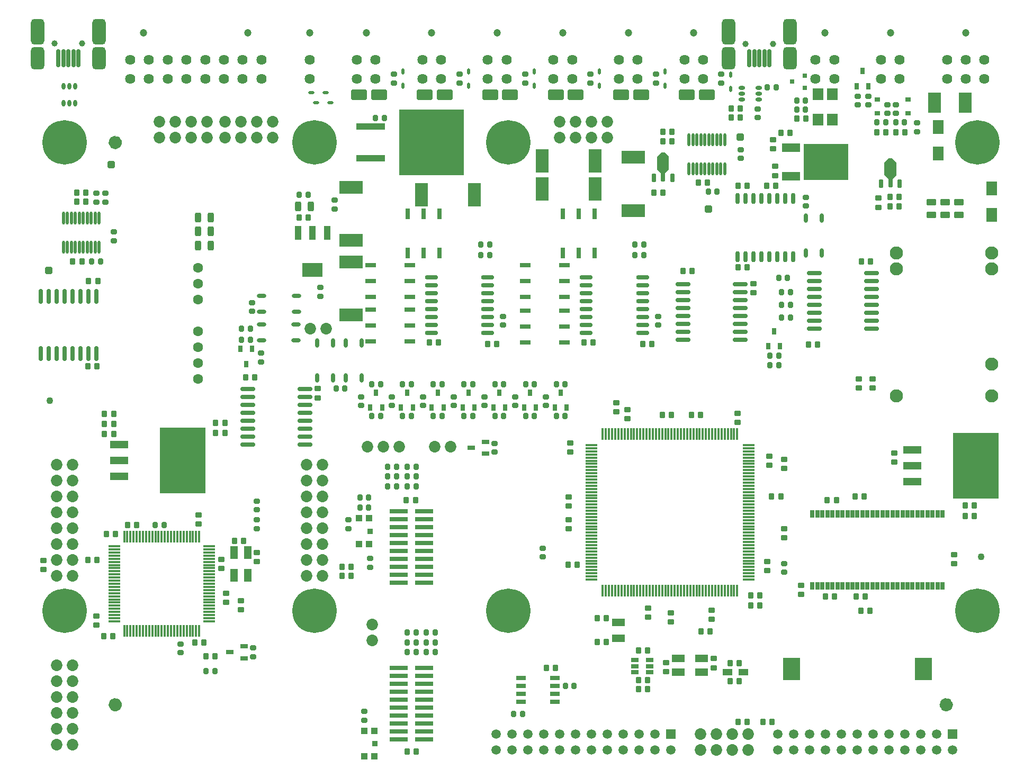
<source format=gts>
G04*
G04 #@! TF.GenerationSoftware,Altium Limited,Altium Designer,21.4.1 (30)*
G04*
G04 Layer_Color=8388736*
%FSLAX25Y25*%
%MOIN*%
G70*
G04*
G04 #@! TF.SameCoordinates,ABD127B9-61DE-435D-9B50-71DF74D21850*
G04*
G04*
G04 #@! TF.FilePolarity,Negative*
G04*
G01*
G75*
%ADD76C,0.05906*%
%ADD77R,0.05124X0.08274*%
%ADD78O,0.02368X0.04337*%
%ADD79R,0.02565X0.05124*%
G04:AMPARAMS|DCode=80|XSize=43.37mil|YSize=43.37mil|CornerRadius=5.94mil|HoleSize=0mil|Usage=FLASHONLY|Rotation=90.000|XOffset=0mil|YOffset=0mil|HoleType=Round|Shape=RoundedRectangle|*
%AMROUNDEDRECTD80*
21,1,0.04337,0.03150,0,0,90.0*
21,1,0.03150,0.04337,0,0,90.0*
1,1,0.01187,0.01575,0.01575*
1,1,0.01187,0.01575,-0.01575*
1,1,0.01187,-0.01575,-0.01575*
1,1,0.01187,-0.01575,0.01575*
%
%ADD80ROUNDEDRECTD80*%
%ADD81C,0.04337*%
%ADD82O,0.07487X0.01581*%
%ADD83O,0.01581X0.07487*%
%ADD84O,0.01975X0.08077*%
%ADD85R,0.02762X0.04337*%
%ADD86R,0.12998X0.08668*%
%ADD87R,0.03943X0.08668*%
%ADD88R,0.02762X0.06896*%
%ADD89O,0.02565X0.05912*%
G04:AMPARAMS|DCode=90|XSize=27.62mil|YSize=63.06mil|CornerRadius=7.91mil|HoleSize=0mil|Usage=FLASHONLY|Rotation=90.000|XOffset=0mil|YOffset=0mil|HoleType=Round|Shape=RoundedRectangle|*
%AMROUNDEDRECTD90*
21,1,0.02762,0.04724,0,0,90.0*
21,1,0.01181,0.06306,0,0,90.0*
1,1,0.01581,0.02362,0.00591*
1,1,0.01581,0.02362,-0.00591*
1,1,0.01581,-0.02362,-0.00591*
1,1,0.01581,-0.02362,0.00591*
%
%ADD90ROUNDEDRECTD90*%
G04:AMPARAMS|DCode=91|XSize=21.72mil|YSize=37.47mil|CornerRadius=6.43mil|HoleSize=0mil|Usage=FLASHONLY|Rotation=180.000|XOffset=0mil|YOffset=0mil|HoleType=Round|Shape=RoundedRectangle|*
%AMROUNDEDRECTD91*
21,1,0.02172,0.02461,0,0,180.0*
21,1,0.00886,0.03747,0,0,180.0*
1,1,0.01286,-0.00443,0.01230*
1,1,0.01286,0.00443,0.01230*
1,1,0.01286,0.00443,-0.01230*
1,1,0.01286,-0.00443,-0.01230*
%
%ADD91ROUNDEDRECTD91*%
%ADD92R,0.10636X0.14180*%
%ADD93R,0.06778X0.08983*%
%ADD94R,0.08274X0.15164*%
G04:AMPARAMS|DCode=95|XSize=39.43mil|YSize=31.56mil|CornerRadius=8.89mil|HoleSize=0mil|Usage=FLASHONLY|Rotation=180.000|XOffset=0mil|YOffset=0mil|HoleType=Round|Shape=RoundedRectangle|*
%AMROUNDEDRECTD95*
21,1,0.03943,0.01378,0,0,180.0*
21,1,0.02165,0.03156,0,0,180.0*
1,1,0.01778,-0.01083,0.00689*
1,1,0.01778,0.01083,0.00689*
1,1,0.01778,0.01083,-0.00689*
1,1,0.01778,-0.01083,-0.00689*
%
%ADD95ROUNDEDRECTD95*%
G04:AMPARAMS|DCode=96|XSize=27.62mil|YSize=51.24mil|CornerRadius=4.01mil|HoleSize=0mil|Usage=FLASHONLY|Rotation=180.000|XOffset=0mil|YOffset=0mil|HoleType=Round|Shape=RoundedRectangle|*
%AMROUNDEDRECTD96*
21,1,0.02762,0.04323,0,0,180.0*
21,1,0.01961,0.05124,0,0,180.0*
1,1,0.00802,-0.00980,0.02161*
1,1,0.00802,0.00980,0.02161*
1,1,0.00802,0.00980,-0.02161*
1,1,0.00802,-0.00980,-0.02161*
%
%ADD96ROUNDEDRECTD96*%
G04:AMPARAMS|DCode=97|XSize=23.68mil|YSize=55.18mil|CornerRadius=3.97mil|HoleSize=0mil|Usage=FLASHONLY|Rotation=180.000|XOffset=0mil|YOffset=0mil|HoleType=Round|Shape=RoundedRectangle|*
%AMROUNDEDRECTD97*
21,1,0.02368,0.04724,0,0,180.0*
21,1,0.01575,0.05518,0,0,180.0*
1,1,0.00794,-0.00787,0.02362*
1,1,0.00794,0.00787,0.02362*
1,1,0.00794,0.00787,-0.02362*
1,1,0.00794,-0.00787,-0.02362*
%
%ADD97ROUNDEDRECTD97*%
%ADD98R,0.03668X0.02880*%
%ADD99R,0.17920X0.04337*%
%ADD100R,0.40558X0.41542*%
%ADD101R,0.03156X0.02762*%
%ADD102O,0.02565X0.07093*%
%ADD103R,0.05912X0.04337*%
G04:AMPARAMS|DCode=104|XSize=141.79mil|YSize=84.71mil|CornerRadius=22.18mil|HoleSize=0mil|Usage=FLASHONLY|Rotation=90.000|XOffset=0mil|YOffset=0mil|HoleType=Round|Shape=RoundedRectangle|*
%AMROUNDEDRECTD104*
21,1,0.14179,0.04036,0,0,90.0*
21,1,0.09744,0.08471,0,0,90.0*
1,1,0.04435,0.02018,0.04872*
1,1,0.04435,0.02018,-0.04872*
1,1,0.04435,-0.02018,-0.04872*
1,1,0.04435,-0.02018,0.04872*
%
%ADD104ROUNDEDRECTD104*%
G04:AMPARAMS|DCode=105|XSize=114.24mil|YSize=23.68mil|CornerRadius=6.92mil|HoleSize=0mil|Usage=FLASHONLY|Rotation=90.000|XOffset=0mil|YOffset=0mil|HoleType=Round|Shape=RoundedRectangle|*
%AMROUNDEDRECTD105*
21,1,0.11424,0.00984,0,0,90.0*
21,1,0.10039,0.02368,0,0,90.0*
1,1,0.01384,0.00492,0.05020*
1,1,0.01384,0.00492,-0.05020*
1,1,0.01384,-0.00492,-0.05020*
1,1,0.01384,-0.00492,0.05020*
%
%ADD105ROUNDEDRECTD105*%
G04:AMPARAMS|DCode=106|XSize=161.48mil|YSize=84.71mil|CornerRadius=22.18mil|HoleSize=0mil|Usage=FLASHONLY|Rotation=90.000|XOffset=0mil|YOffset=0mil|HoleType=Round|Shape=RoundedRectangle|*
%AMROUNDEDRECTD106*
21,1,0.16148,0.04035,0,0,90.0*
21,1,0.11713,0.08471,0,0,90.0*
1,1,0.04435,0.02018,0.05856*
1,1,0.04435,0.02018,-0.05856*
1,1,0.04435,-0.02018,-0.05856*
1,1,0.04435,-0.02018,0.05856*
%
%ADD106ROUNDEDRECTD106*%
G04:AMPARAMS|DCode=107|XSize=141.79mil|YSize=84.71mil|CornerRadius=22.18mil|HoleSize=0mil|Usage=FLASHONLY|Rotation=90.000|XOffset=0mil|YOffset=0mil|HoleType=Round|Shape=RoundedRectangle|*
%AMROUNDEDRECTD107*
21,1,0.14179,0.04035,0,0,90.0*
21,1,0.09744,0.08471,0,0,90.0*
1,1,0.04435,0.02018,0.04872*
1,1,0.04435,0.02018,-0.04872*
1,1,0.04435,-0.02018,-0.04872*
1,1,0.04435,-0.02018,0.04872*
%
%ADD107ROUNDEDRECTD107*%
%ADD108R,0.08117X0.12802*%
G04:AMPARAMS|DCode=109|XSize=39.43mil|YSize=31.56mil|CornerRadius=8.89mil|HoleSize=0mil|Usage=FLASHONLY|Rotation=270.000|XOffset=0mil|YOffset=0mil|HoleType=Round|Shape=RoundedRectangle|*
%AMROUNDEDRECTD109*
21,1,0.03943,0.01378,0,0,270.0*
21,1,0.02165,0.03156,0,0,270.0*
1,1,0.01778,-0.00689,-0.01083*
1,1,0.01778,-0.00689,0.01083*
1,1,0.01778,0.00689,0.01083*
1,1,0.01778,0.00689,-0.01083*
%
%ADD109ROUNDEDRECTD109*%
%ADD110R,0.11621X0.04534*%
%ADD111R,0.28747X0.41739*%
%ADD112R,0.04337X0.03943*%
%ADD113R,0.03550X0.03550*%
%ADD114R,0.04534X0.02762*%
%ADD115R,0.27959X0.22841*%
%ADD116R,0.11817X0.05321*%
G04:AMPARAMS|DCode=117|XSize=65.02mil|YSize=100.46mil|CornerRadius=9.63mil|HoleSize=0mil|Usage=FLASHONLY|Rotation=90.000|XOffset=0mil|YOffset=0mil|HoleType=Round|Shape=RoundedRectangle|*
%AMROUNDEDRECTD117*
21,1,0.06502,0.08120,0,0,90.0*
21,1,0.04577,0.10046,0,0,90.0*
1,1,0.01926,0.04060,0.02288*
1,1,0.01926,0.04060,-0.02288*
1,1,0.01926,-0.04060,-0.02288*
1,1,0.01926,-0.04060,0.02288*
%
%ADD117ROUNDEDRECTD117*%
%ADD118R,0.11424X0.03156*%
G04:AMPARAMS|DCode=119|XSize=61.09mil|YSize=39.43mil|CornerRadius=9.09mil|HoleSize=0mil|Usage=FLASHONLY|Rotation=90.000|XOffset=0mil|YOffset=0mil|HoleType=Round|Shape=RoundedRectangle|*
%AMROUNDEDRECTD119*
21,1,0.06109,0.02126,0,0,90.0*
21,1,0.04291,0.03943,0,0,90.0*
1,1,0.01817,0.01063,0.02146*
1,1,0.01817,0.01063,-0.02146*
1,1,0.01817,-0.01063,-0.02146*
1,1,0.01817,-0.01063,0.02146*
%
%ADD119ROUNDEDRECTD119*%
G04:AMPARAMS|DCode=120|XSize=41.4mil|YSize=33.53mil|CornerRadius=9.38mil|HoleSize=0mil|Usage=FLASHONLY|Rotation=270.000|XOffset=0mil|YOffset=0mil|HoleType=Round|Shape=RoundedRectangle|*
%AMROUNDEDRECTD120*
21,1,0.04140,0.01476,0,0,270.0*
21,1,0.02264,0.03353,0,0,270.0*
1,1,0.01876,-0.00738,-0.01132*
1,1,0.01876,-0.00738,0.01132*
1,1,0.01876,0.00738,0.01132*
1,1,0.01876,0.00738,-0.01132*
%
%ADD120ROUNDEDRECTD120*%
%ADD121R,0.07093X0.07684*%
%ADD122O,0.02762X0.09455*%
%ADD123O,0.08274X0.02762*%
%ADD124R,0.04731X0.02762*%
%ADD125R,0.07880X0.04731*%
G04:AMPARAMS|DCode=126|XSize=41.4mil|YSize=33.53mil|CornerRadius=9.38mil|HoleSize=0mil|Usage=FLASHONLY|Rotation=180.000|XOffset=0mil|YOffset=0mil|HoleType=Round|Shape=RoundedRectangle|*
%AMROUNDEDRECTD126*
21,1,0.04140,0.01476,0,0,180.0*
21,1,0.02264,0.03353,0,0,180.0*
1,1,0.01876,-0.01132,0.00738*
1,1,0.01876,0.01132,0.00738*
1,1,0.01876,0.01132,-0.00738*
1,1,0.01876,-0.01132,-0.00738*
%
%ADD126ROUNDEDRECTD126*%
%ADD127R,0.06896X0.02762*%
G04:AMPARAMS|DCode=128|XSize=61.09mil|YSize=39.43mil|CornerRadius=9.09mil|HoleSize=0mil|Usage=FLASHONLY|Rotation=180.000|XOffset=0mil|YOffset=0mil|HoleType=Round|Shape=RoundedRectangle|*
%AMROUNDEDRECTD128*
21,1,0.06109,0.02126,0,0,180.0*
21,1,0.04291,0.03943,0,0,180.0*
1,1,0.01817,-0.02146,0.01063*
1,1,0.01817,0.02146,0.01063*
1,1,0.01817,0.02146,-0.01063*
1,1,0.01817,-0.02146,-0.01063*
%
%ADD128ROUNDEDRECTD128*%
%ADD129R,0.15164X0.08274*%
G04:AMPARAMS|DCode=130|XSize=21.72mil|YSize=37.47mil|CornerRadius=6.43mil|HoleSize=0mil|Usage=FLASHONLY|Rotation=270.000|XOffset=0mil|YOffset=0mil|HoleType=Round|Shape=RoundedRectangle|*
%AMROUNDEDRECTD130*
21,1,0.02172,0.02461,0,0,270.0*
21,1,0.00886,0.03747,0,0,270.0*
1,1,0.01286,-0.01230,-0.00443*
1,1,0.01286,-0.01230,0.00443*
1,1,0.01286,0.01230,0.00443*
1,1,0.01286,0.01230,-0.00443*
%
%ADD130ROUNDEDRECTD130*%
%ADD131O,0.09455X0.02762*%
%ADD132O,0.05912X0.02565*%
%ADD133O,0.04337X0.02368*%
%ADD134R,0.08274X0.05124*%
%ADD135C,0.02362*%
%ADD136C,0.05912*%
%ADD137R,0.05912X0.05912*%
%ADD138C,0.07290*%
%ADD139C,0.06306*%
%ADD140C,0.08274*%
%ADD141C,0.03943*%
%ADD142C,0.04737*%
%ADD143C,0.06400*%
%ADD144C,0.27959*%
G36*
X403391Y387322D02*
X405359D01*
X405399Y387318D01*
X405436Y387307D01*
X405471Y387288D01*
X405501Y387263D01*
X408060Y384704D01*
X408085Y384674D01*
X408098Y384651D01*
X408104Y384639D01*
X408115Y384601D01*
X408119Y384562D01*
X408119Y384562D01*
Y376688D01*
X408115Y376649D01*
X408104Y376611D01*
X408085Y376576D01*
X408060Y376546D01*
X405560Y374046D01*
Y373342D01*
X405556Y373302D01*
X405545Y373265D01*
X405526Y373230D01*
X405501Y373200D01*
X405471Y373175D01*
X405436Y373156D01*
X405399Y373145D01*
X405359Y373141D01*
X403391D01*
X403351Y373145D01*
X403314Y373156D01*
X403279Y373175D01*
X403249Y373200D01*
X403224Y373230D01*
X403205Y373265D01*
X403194Y373302D01*
X403190Y373342D01*
Y374046D01*
X400690Y376546D01*
X400665Y376576D01*
X400653Y376599D01*
X400646Y376611D01*
X400635Y376649D01*
X400631Y376688D01*
X400631Y376688D01*
Y384562D01*
X400635Y384601D01*
X400646Y384639D01*
X400665Y384674D01*
X400690Y384704D01*
X403249Y387263D01*
X403279Y387288D01*
X403302Y387300D01*
X403314Y387307D01*
X403351Y387318D01*
X403391Y387322D01*
X403391Y387322D01*
D02*
G37*
G36*
X546516Y383572D02*
X548484D01*
X548524Y383568D01*
X548561Y383557D01*
X548596Y383538D01*
X548626Y383513D01*
X551185Y380954D01*
X551210Y380924D01*
X551223Y380901D01*
X551229Y380889D01*
X551240Y380851D01*
X551244Y380812D01*
X551244Y380812D01*
Y372938D01*
X551240Y372899D01*
X551229Y372861D01*
X551210Y372826D01*
X551185Y372796D01*
X548685Y370296D01*
Y369592D01*
X548681Y369552D01*
X548670Y369515D01*
X548651Y369480D01*
X548626Y369449D01*
X548596Y369425D01*
X548561Y369406D01*
X548524Y369394D01*
X548484Y369391D01*
X546516D01*
X546477Y369394D01*
X546439Y369406D01*
X546404Y369425D01*
X546374Y369449D01*
X546349Y369480D01*
X546330Y369515D01*
X546319Y369552D01*
X546315Y369592D01*
Y370296D01*
X543815Y372796D01*
X543790Y372826D01*
X543778Y372849D01*
X543771Y372861D01*
X543760Y372899D01*
X543756Y372938D01*
X543756Y372938D01*
Y380812D01*
X543760Y380851D01*
X543771Y380889D01*
X543790Y380924D01*
X543815Y380954D01*
X546374Y383513D01*
X546404Y383538D01*
X546427Y383550D01*
X546439Y383557D01*
X546477Y383568D01*
X546516Y383572D01*
X546516Y383572D01*
D02*
G37*
D76*
X60745Y393500D02*
G03*
X60745Y393500I-1245J0D01*
G01*
X583922Y39370D02*
G03*
X583922Y39370I-1245J0D01*
G01*
X60745D02*
G03*
X60745Y39370I-1245J0D01*
G01*
D77*
X134419Y120782D02*
D03*
Y135350D02*
D03*
X143081Y120782D02*
D03*
Y135350D02*
D03*
D78*
X34365Y429006D02*
D03*
X30625D02*
D03*
X26885D02*
D03*
X34365Y418376D02*
D03*
X30625D02*
D03*
X26885D02*
D03*
D79*
X498430Y114178D02*
D03*
X504729D02*
D03*
X501580D02*
D03*
X514178D02*
D03*
X507879D02*
D03*
X511028D02*
D03*
X523627D02*
D03*
X520477D02*
D03*
X517328D02*
D03*
X533076D02*
D03*
X526777D02*
D03*
X529926D02*
D03*
X498430Y159454D02*
D03*
X504729D02*
D03*
X501580D02*
D03*
X514178D02*
D03*
X507879D02*
D03*
X511028D02*
D03*
X523627D02*
D03*
X517328D02*
D03*
X529926D02*
D03*
X520477D02*
D03*
X526777D02*
D03*
X555123Y114178D02*
D03*
X551973D02*
D03*
X561422D02*
D03*
X558273D02*
D03*
X539375D02*
D03*
X536225D02*
D03*
X548824D02*
D03*
X542525D02*
D03*
X545674D02*
D03*
X567722D02*
D03*
X564572D02*
D03*
X574021D02*
D03*
X570871D02*
D03*
X580320D02*
D03*
X577170D02*
D03*
X533076Y159454D02*
D03*
X539375D02*
D03*
X542525D02*
D03*
X536225D02*
D03*
X551973D02*
D03*
X545674D02*
D03*
X548824D02*
D03*
X574021D02*
D03*
X570871D02*
D03*
X580320D02*
D03*
X577170D02*
D03*
X558273D02*
D03*
X555123D02*
D03*
X567722D02*
D03*
X561422D02*
D03*
X564572D02*
D03*
D80*
X17500Y313000D02*
D03*
X453000Y397000D02*
D03*
X57000Y379500D02*
D03*
X432869Y351500D02*
D03*
D81*
X18307Y230886D02*
D03*
X604675Y132623D02*
D03*
D82*
X359341Y118243D02*
D03*
Y120212D02*
D03*
Y122180D02*
D03*
Y124149D02*
D03*
Y126117D02*
D03*
Y128086D02*
D03*
Y130054D02*
D03*
Y132023D02*
D03*
Y133991D02*
D03*
Y135960D02*
D03*
Y137928D02*
D03*
Y139897D02*
D03*
Y141865D02*
D03*
Y143834D02*
D03*
Y145802D02*
D03*
Y147771D02*
D03*
Y149739D02*
D03*
Y151708D02*
D03*
Y153676D02*
D03*
Y155645D02*
D03*
Y157613D02*
D03*
Y159582D02*
D03*
Y161550D02*
D03*
Y163519D02*
D03*
Y165487D02*
D03*
Y167456D02*
D03*
Y169424D02*
D03*
Y171393D02*
D03*
Y173361D02*
D03*
Y175330D02*
D03*
Y177298D02*
D03*
Y179267D02*
D03*
Y181235D02*
D03*
Y183204D02*
D03*
Y185172D02*
D03*
Y187141D02*
D03*
Y189109D02*
D03*
Y191078D02*
D03*
Y193046D02*
D03*
Y195015D02*
D03*
Y196983D02*
D03*
Y198952D02*
D03*
Y200920D02*
D03*
Y202889D02*
D03*
X458159D02*
D03*
Y200920D02*
D03*
Y198952D02*
D03*
Y196983D02*
D03*
Y195015D02*
D03*
Y193046D02*
D03*
Y191078D02*
D03*
Y189109D02*
D03*
Y187141D02*
D03*
Y185172D02*
D03*
Y183204D02*
D03*
Y181235D02*
D03*
Y179267D02*
D03*
Y177298D02*
D03*
Y175330D02*
D03*
Y173361D02*
D03*
Y171393D02*
D03*
Y169424D02*
D03*
Y167456D02*
D03*
Y165487D02*
D03*
Y163519D02*
D03*
Y161550D02*
D03*
Y159582D02*
D03*
Y157613D02*
D03*
Y155645D02*
D03*
Y153676D02*
D03*
Y151708D02*
D03*
Y149739D02*
D03*
Y147771D02*
D03*
Y145802D02*
D03*
Y143834D02*
D03*
Y141865D02*
D03*
Y139897D02*
D03*
Y137928D02*
D03*
Y135960D02*
D03*
Y133991D02*
D03*
Y132023D02*
D03*
Y130054D02*
D03*
Y128086D02*
D03*
Y126117D02*
D03*
Y124149D02*
D03*
Y122180D02*
D03*
Y120212D02*
D03*
Y118243D02*
D03*
X59026Y97850D02*
D03*
Y101786D02*
D03*
Y99818D02*
D03*
Y91944D02*
D03*
Y95881D02*
D03*
Y93913D02*
D03*
Y107692D02*
D03*
Y105724D02*
D03*
Y109660D02*
D03*
Y103755D02*
D03*
Y119503D02*
D03*
Y123440D02*
D03*
Y121472D02*
D03*
Y113598D02*
D03*
Y111629D02*
D03*
Y117534D02*
D03*
Y115566D02*
D03*
Y135251D02*
D03*
Y133282D02*
D03*
Y139188D02*
D03*
Y137220D02*
D03*
Y127377D02*
D03*
Y125408D02*
D03*
Y131314D02*
D03*
Y129346D02*
D03*
X118474Y93913D02*
D03*
Y91944D02*
D03*
Y95881D02*
D03*
Y99818D02*
D03*
Y97850D02*
D03*
Y101786D02*
D03*
Y105724D02*
D03*
Y103755D02*
D03*
Y109660D02*
D03*
Y107692D02*
D03*
Y119503D02*
D03*
Y123440D02*
D03*
Y121472D02*
D03*
Y113598D02*
D03*
Y111629D02*
D03*
Y117534D02*
D03*
Y115566D02*
D03*
Y135251D02*
D03*
Y133282D02*
D03*
Y139188D02*
D03*
Y137220D02*
D03*
Y127377D02*
D03*
Y125408D02*
D03*
Y131314D02*
D03*
Y129346D02*
D03*
D83*
X366427Y209976D02*
D03*
X368396D02*
D03*
X370364D02*
D03*
X372333D02*
D03*
X374301D02*
D03*
X376270D02*
D03*
X378238D02*
D03*
X380207D02*
D03*
X382175D02*
D03*
X384144D02*
D03*
X386112D02*
D03*
X388081D02*
D03*
X390049D02*
D03*
X392018D02*
D03*
X393986D02*
D03*
X395955D02*
D03*
X397923D02*
D03*
X399892D02*
D03*
X401860D02*
D03*
X403829D02*
D03*
X405797D02*
D03*
X407766D02*
D03*
X409734D02*
D03*
X411703D02*
D03*
X413671D02*
D03*
X415640D02*
D03*
X417608D02*
D03*
X419577D02*
D03*
X421545D02*
D03*
X423514D02*
D03*
X425482D02*
D03*
X427451D02*
D03*
X429419D02*
D03*
X431388D02*
D03*
X433356D02*
D03*
X435325D02*
D03*
X437293D02*
D03*
X439262D02*
D03*
X441230D02*
D03*
X443199D02*
D03*
X445167D02*
D03*
X447136D02*
D03*
X449104D02*
D03*
X451073D02*
D03*
Y111156D02*
D03*
X449104D02*
D03*
X447136D02*
D03*
X445167D02*
D03*
X443199D02*
D03*
X441230D02*
D03*
X439262D02*
D03*
X437293D02*
D03*
X435325D02*
D03*
X433356D02*
D03*
X431388D02*
D03*
X429419D02*
D03*
X427451D02*
D03*
X425482D02*
D03*
X423514D02*
D03*
X421545D02*
D03*
X419577D02*
D03*
X417608D02*
D03*
X415640D02*
D03*
X413671D02*
D03*
X411703D02*
D03*
X409734D02*
D03*
X407766D02*
D03*
X405797D02*
D03*
X403829D02*
D03*
X401860D02*
D03*
X399892D02*
D03*
X397923D02*
D03*
X395955D02*
D03*
X393986D02*
D03*
X392018D02*
D03*
X390049D02*
D03*
X388081D02*
D03*
X386112D02*
D03*
X384144D02*
D03*
X382175D02*
D03*
X380207D02*
D03*
X378238D02*
D03*
X376270D02*
D03*
X374301D02*
D03*
X372333D02*
D03*
X370364D02*
D03*
X368396D02*
D03*
X366427D02*
D03*
X65128Y85842D02*
D03*
X67097D02*
D03*
X74971D02*
D03*
X76939D02*
D03*
X69065D02*
D03*
X73002D02*
D03*
X71034D02*
D03*
X78908D02*
D03*
X84813D02*
D03*
X86782D02*
D03*
X80876D02*
D03*
X82845D02*
D03*
X65128Y145290D02*
D03*
X73002D02*
D03*
X74971D02*
D03*
X67097D02*
D03*
X71034D02*
D03*
X76939D02*
D03*
X78908D02*
D03*
X69065D02*
D03*
X84813D02*
D03*
X86782D02*
D03*
X80876D02*
D03*
X82845D02*
D03*
X92687Y85842D02*
D03*
X88750D02*
D03*
X90719D02*
D03*
X98593D02*
D03*
X100561D02*
D03*
X94656D02*
D03*
X96624D02*
D03*
X106466D02*
D03*
X102530D02*
D03*
X104498D02*
D03*
X110404D02*
D03*
X112372D02*
D03*
X108435D02*
D03*
X88750Y145290D02*
D03*
X94656D02*
D03*
X96624D02*
D03*
X90719D02*
D03*
X92687D02*
D03*
X102530D02*
D03*
X104498D02*
D03*
X98593D02*
D03*
X100561D02*
D03*
X110404D02*
D03*
X112372D02*
D03*
X106466D02*
D03*
X108435D02*
D03*
D84*
X44375Y345970D02*
D03*
X46875D02*
D03*
X41875D02*
D03*
X49375D02*
D03*
X36875D02*
D03*
X39375D02*
D03*
X34375D02*
D03*
X49375Y327662D02*
D03*
X46875D02*
D03*
X44375D02*
D03*
X36875D02*
D03*
X34375D02*
D03*
X41875D02*
D03*
X39375D02*
D03*
X31875Y345970D02*
D03*
X26875D02*
D03*
X29375D02*
D03*
Y327662D02*
D03*
X31875D02*
D03*
X26875D02*
D03*
X420625Y377038D02*
D03*
X423125D02*
D03*
X425625D02*
D03*
X428125D02*
D03*
X430625D02*
D03*
X433125D02*
D03*
X435625D02*
D03*
X438125D02*
D03*
X440625D02*
D03*
X443125D02*
D03*
X420625Y395344D02*
D03*
X423125D02*
D03*
X425625D02*
D03*
X428125D02*
D03*
X430625D02*
D03*
X433125D02*
D03*
X435625D02*
D03*
X438125D02*
D03*
X440625D02*
D03*
X443125D02*
D03*
D85*
X533740Y428967D02*
D03*
X526260D02*
D03*
X530000Y438415D02*
D03*
X141875Y253967D02*
D03*
X138135Y263415D02*
D03*
X145615D02*
D03*
X246865Y226467D02*
D03*
X239385D02*
D03*
X243125Y235915D02*
D03*
X227490Y226467D02*
D03*
X220010D02*
D03*
X223750Y235915D02*
D03*
X478115Y265217D02*
D03*
X470635D02*
D03*
X474375Y274665D02*
D03*
X266240Y226467D02*
D03*
X258760D02*
D03*
X262500Y235915D02*
D03*
X285615Y226467D02*
D03*
X278135D02*
D03*
X281875Y235915D02*
D03*
X304990Y226467D02*
D03*
X297510D02*
D03*
X301250Y235915D02*
D03*
X324365Y226467D02*
D03*
X316885D02*
D03*
X320625Y235915D02*
D03*
X343740Y226467D02*
D03*
X336260D02*
D03*
X340000Y235915D02*
D03*
D86*
X183750Y313327D02*
D03*
D87*
Y336555D02*
D03*
X174695D02*
D03*
X192805D02*
D03*
D88*
X361250Y323888D02*
D03*
X341250D02*
D03*
X351250D02*
D03*
X341250Y348494D02*
D03*
X351250D02*
D03*
X361250D02*
D03*
X263750Y323888D02*
D03*
X243750D02*
D03*
X253750D02*
D03*
X243750Y348494D02*
D03*
X253750D02*
D03*
X263750D02*
D03*
D89*
X214500Y245266D02*
D03*
X204500D02*
D03*
Y267116D02*
D03*
X214500D02*
D03*
X504375Y324016D02*
D03*
X494375D02*
D03*
Y345866D02*
D03*
X504375D02*
D03*
X186500Y245266D02*
D03*
X196500D02*
D03*
X186500Y267116D02*
D03*
X196500D02*
D03*
D90*
X314995Y41191D02*
D03*
Y51191D02*
D03*
Y56191D02*
D03*
Y46191D02*
D03*
X336255Y41191D02*
D03*
Y51191D02*
D03*
Y46191D02*
D03*
Y56191D02*
D03*
D91*
X446875Y436245D02*
D03*
Y427387D02*
D03*
X240625Y429262D02*
D03*
Y438120D02*
D03*
X364375Y429262D02*
D03*
Y438120D02*
D03*
X281875Y429262D02*
D03*
Y438120D02*
D03*
X405625Y429262D02*
D03*
Y438120D02*
D03*
X323125Y429262D02*
D03*
Y438120D02*
D03*
D92*
X485340Y61816D02*
D03*
X568410D02*
D03*
D93*
X577500Y386634D02*
D03*
Y403248D02*
D03*
X611250Y347884D02*
D03*
Y364498D02*
D03*
D94*
X328268Y381816D02*
D03*
X361732D02*
D03*
X252268Y360500D02*
D03*
X285732D02*
D03*
X328268Y364316D02*
D03*
X361732D02*
D03*
D95*
X146250Y69685D02*
D03*
Y75197D02*
D03*
X197500Y351560D02*
D03*
Y357072D02*
D03*
X151250Y255310D02*
D03*
Y260822D02*
D03*
X494375Y353435D02*
D03*
Y358947D02*
D03*
X464114Y409160D02*
D03*
Y414672D02*
D03*
X214375Y227810D02*
D03*
Y233322D02*
D03*
X188750Y296560D02*
D03*
Y302072D02*
D03*
X145625Y287185D02*
D03*
Y292697D02*
D03*
X233750Y227810D02*
D03*
Y233322D02*
D03*
X253125Y227810D02*
D03*
Y233322D02*
D03*
X272500Y227810D02*
D03*
Y233322D02*
D03*
X291875Y227810D02*
D03*
Y233322D02*
D03*
X311250Y227810D02*
D03*
Y233322D02*
D03*
X330625Y227810D02*
D03*
Y233322D02*
D03*
X303750Y278435D02*
D03*
Y283947D02*
D03*
X401250Y278435D02*
D03*
Y283947D02*
D03*
X545700Y411801D02*
D03*
Y417313D02*
D03*
X526875Y417185D02*
D03*
Y422697D02*
D03*
X533750Y417185D02*
D03*
Y422697D02*
D03*
X550900Y411810D02*
D03*
Y417322D02*
D03*
X328750Y132416D02*
D03*
Y137928D02*
D03*
X100625Y72185D02*
D03*
Y77697D02*
D03*
X220000Y125935D02*
D03*
Y131447D02*
D03*
X480625Y122810D02*
D03*
Y128322D02*
D03*
X400000Y430935D02*
D03*
Y436447D02*
D03*
X298125Y198435D02*
D03*
Y203947D02*
D03*
X453125Y383435D02*
D03*
Y388947D02*
D03*
X235000Y430935D02*
D03*
Y436447D02*
D03*
X276250Y430935D02*
D03*
Y436447D02*
D03*
X317500Y430935D02*
D03*
Y436447D02*
D03*
X358750Y430935D02*
D03*
Y436447D02*
D03*
X440938Y430935D02*
D03*
Y436447D02*
D03*
X206250Y150310D02*
D03*
Y155822D02*
D03*
X216250Y29685D02*
D03*
Y35197D02*
D03*
X564375Y400310D02*
D03*
Y405822D02*
D03*
X47500Y355935D02*
D03*
Y361447D02*
D03*
X53125Y355935D02*
D03*
Y361447D02*
D03*
X58750Y331560D02*
D03*
Y337072D02*
D03*
X148750Y150310D02*
D03*
Y155822D02*
D03*
Y162185D02*
D03*
Y167697D02*
D03*
D96*
X398469Y371373D02*
D03*
X410281D02*
D03*
X553406Y367623D02*
D03*
X541595D02*
D03*
D97*
X404375Y371570D02*
D03*
X547500Y367820D02*
D03*
D98*
X558600Y420590D02*
D03*
Y411810D02*
D03*
X539375Y420581D02*
D03*
Y411801D02*
D03*
D99*
X220197Y403500D02*
D03*
Y383500D02*
D03*
D100*
X258780Y393500D02*
D03*
D101*
X485663Y431800D02*
D03*
X493537Y428060D02*
D03*
Y435540D02*
D03*
D102*
X451250Y321634D02*
D03*
X456250D02*
D03*
X451250Y358248D02*
D03*
X456250D02*
D03*
X471250Y321634D02*
D03*
X476250D02*
D03*
X461250D02*
D03*
X466250D02*
D03*
X481250D02*
D03*
X486250D02*
D03*
X461250Y358248D02*
D03*
X466250D02*
D03*
X486250D02*
D03*
X471250D02*
D03*
X481250D02*
D03*
X476250D02*
D03*
D103*
X444882Y59941D02*
D03*
X455118D02*
D03*
D104*
X10630Y446612D02*
D03*
X445649Y446448D02*
D03*
D105*
X23721Y446710D02*
D03*
X30020D02*
D03*
X33170D02*
D03*
X36319D02*
D03*
X26871D02*
D03*
X458739Y446547D02*
D03*
X465039D02*
D03*
X468188D02*
D03*
X471338D02*
D03*
X461889D02*
D03*
D106*
X10630Y463344D02*
D03*
X49410D02*
D03*
X445649Y463180D02*
D03*
X484428D02*
D03*
D107*
X49410Y446612D02*
D03*
X484428Y446448D02*
D03*
D108*
X575354Y418691D02*
D03*
X594646D02*
D03*
D109*
X243307Y84941D02*
D03*
X248819D02*
D03*
X139119Y276191D02*
D03*
X144631D02*
D03*
X139119Y269316D02*
D03*
X144631D02*
D03*
X488544Y419900D02*
D03*
X494056D02*
D03*
X488494Y414300D02*
D03*
X494006D02*
D03*
X477244Y308066D02*
D03*
X482756D02*
D03*
X470057Y428066D02*
D03*
X475569D02*
D03*
X342869Y51191D02*
D03*
X348381D02*
D03*
X310369Y33691D02*
D03*
X315881D02*
D03*
X220994Y221191D02*
D03*
X226506D02*
D03*
X220994Y241191D02*
D03*
X226506D02*
D03*
X471619Y259316D02*
D03*
X477131D02*
D03*
X471619Y253066D02*
D03*
X477131D02*
D03*
X198494Y238691D02*
D03*
X204006D02*
D03*
X240369Y241191D02*
D03*
X245881D02*
D03*
X240369Y221191D02*
D03*
X245881D02*
D03*
X259744Y241191D02*
D03*
X265256D02*
D03*
X259744Y221191D02*
D03*
X265256D02*
D03*
X279119Y241191D02*
D03*
X284631D02*
D03*
X279119Y221191D02*
D03*
X284631D02*
D03*
X298494Y241191D02*
D03*
X304006D02*
D03*
X298494Y221191D02*
D03*
X304006D02*
D03*
X317869Y241191D02*
D03*
X323381D02*
D03*
X317869Y221191D02*
D03*
X323381D02*
D03*
X337244Y241191D02*
D03*
X342756D02*
D03*
X337244Y221191D02*
D03*
X342756D02*
D03*
X289744Y322441D02*
D03*
X295256D02*
D03*
X289744Y329316D02*
D03*
X295256D02*
D03*
X386619Y322441D02*
D03*
X392131D02*
D03*
X386619Y329316D02*
D03*
X392131D02*
D03*
X539119Y406191D02*
D03*
X544631D02*
D03*
X479119Y299316D02*
D03*
X484631D02*
D03*
X479119Y291191D02*
D03*
X484631D02*
D03*
X479119Y283066D02*
D03*
X484631D02*
D03*
X550900Y406191D02*
D03*
X556412D02*
D03*
X243307Y183066D02*
D03*
X248819D02*
D03*
X243307Y176816D02*
D03*
X248819D02*
D03*
X243307Y78691D02*
D03*
X248819D02*
D03*
X243307Y72441D02*
D03*
X248819D02*
D03*
X230994Y183066D02*
D03*
X236506D02*
D03*
X230994Y176816D02*
D03*
X236506D02*
D03*
X255369Y78691D02*
D03*
X260881D02*
D03*
X255369Y72441D02*
D03*
X260881D02*
D03*
X228884Y409000D02*
D03*
X223372D02*
D03*
X243307Y189316D02*
D03*
X248819D02*
D03*
X255369Y84941D02*
D03*
X260881D02*
D03*
X230994Y189316D02*
D03*
X236506D02*
D03*
X116619Y60566D02*
D03*
X122131D02*
D03*
X84744Y152441D02*
D03*
X90256D02*
D03*
X175369Y360566D02*
D03*
X180881D02*
D03*
X213494Y163691D02*
D03*
X219006D02*
D03*
X432869Y362441D02*
D03*
X438381D02*
D03*
X213494Y169941D02*
D03*
X219006D02*
D03*
X44744Y318691D02*
D03*
X50256D02*
D03*
D110*
X61840Y183066D02*
D03*
Y203066D02*
D03*
Y193066D02*
D03*
X561215Y179941D02*
D03*
Y199941D02*
D03*
Y189941D02*
D03*
D111*
X101998Y193066D02*
D03*
X601373Y189941D02*
D03*
D112*
X216225Y6870D02*
D03*
Y23012D02*
D03*
X222525Y6870D02*
D03*
Y23012D02*
D03*
X213100Y140620D02*
D03*
Y156762D02*
D03*
X219400Y140620D02*
D03*
Y156762D02*
D03*
D113*
X222918Y14941D02*
D03*
X219793Y148691D02*
D03*
D114*
X131722Y72441D02*
D03*
X140778Y68701D02*
D03*
Y76181D02*
D03*
X283597Y201191D02*
D03*
X292653Y197451D02*
D03*
Y204931D02*
D03*
D115*
X506890Y381191D02*
D03*
D116*
X485039Y372215D02*
D03*
Y390167D02*
D03*
D117*
X419326Y423691D02*
D03*
X431826D02*
D03*
X213076D02*
D03*
X225576D02*
D03*
X266826D02*
D03*
X254326D02*
D03*
X295576D02*
D03*
X308076D02*
D03*
X336826D02*
D03*
X349326D02*
D03*
X378076D02*
D03*
X390576D02*
D03*
D118*
X254075Y17441D02*
D03*
Y22441D02*
D03*
Y27441D02*
D03*
Y32441D02*
D03*
Y37441D02*
D03*
Y42441D02*
D03*
Y47441D02*
D03*
Y52441D02*
D03*
Y57441D02*
D03*
Y62441D02*
D03*
X238051Y17441D02*
D03*
Y22441D02*
D03*
Y27441D02*
D03*
Y32441D02*
D03*
Y37441D02*
D03*
Y42441D02*
D03*
Y47441D02*
D03*
Y52441D02*
D03*
Y57441D02*
D03*
Y62441D02*
D03*
X238051Y161191D02*
D03*
Y156191D02*
D03*
Y151191D02*
D03*
Y146191D02*
D03*
Y141191D02*
D03*
Y136191D02*
D03*
Y131191D02*
D03*
Y126191D02*
D03*
Y121191D02*
D03*
Y116191D02*
D03*
X254075Y161191D02*
D03*
Y156191D02*
D03*
Y151191D02*
D03*
Y146191D02*
D03*
Y141191D02*
D03*
Y136191D02*
D03*
Y131191D02*
D03*
Y126191D02*
D03*
Y121191D02*
D03*
Y116191D02*
D03*
D119*
X174715Y353066D02*
D03*
X182785D02*
D03*
X111590Y328691D02*
D03*
X119660D02*
D03*
X111590Y337441D02*
D03*
X119660D02*
D03*
X111590Y346191D02*
D03*
X119660D02*
D03*
D120*
X42771Y306191D02*
D03*
X48479D02*
D03*
X478746Y399500D02*
D03*
X484454D02*
D03*
X488498Y408400D02*
D03*
X494206D02*
D03*
X451521Y314941D02*
D03*
X457229D02*
D03*
X330896Y62441D02*
D03*
X336604D02*
D03*
X404375Y400300D02*
D03*
X410084D02*
D03*
X404375Y361816D02*
D03*
X398666D02*
D03*
X262854Y267441D02*
D03*
X257146D02*
D03*
X293946Y266500D02*
D03*
X299654D02*
D03*
X360354Y267441D02*
D03*
X354646D02*
D03*
X397175Y266566D02*
D03*
X391466D02*
D03*
X495896Y266191D02*
D03*
X501604D02*
D03*
X535042Y318691D02*
D03*
X529334D02*
D03*
X547146Y353066D02*
D03*
X552854D02*
D03*
X539021Y399941D02*
D03*
X544729D02*
D03*
X550900Y400000D02*
D03*
X556609D02*
D03*
X109646Y78691D02*
D03*
X115354D02*
D03*
X52146Y82441D02*
D03*
X57854D02*
D03*
X54021Y146816D02*
D03*
X59729D02*
D03*
X478479Y170566D02*
D03*
X472771D02*
D03*
X427854Y221816D02*
D03*
X422146D02*
D03*
X344646Y127441D02*
D03*
X350354D02*
D03*
X409729Y221816D02*
D03*
X404021D02*
D03*
X594646Y164941D02*
D03*
X600354D02*
D03*
X141521Y245566D02*
D03*
X147229D02*
D03*
X202146Y120566D02*
D03*
X207854D02*
D03*
Y126191D02*
D03*
X202146D02*
D03*
X47854Y130566D02*
D03*
X42146D02*
D03*
X67146Y152441D02*
D03*
X72854D02*
D03*
X116521Y69941D02*
D03*
X122229D02*
D03*
X428396Y85566D02*
D03*
X434104D02*
D03*
X525271Y170566D02*
D03*
X530979D02*
D03*
X512229Y107441D02*
D03*
X506521D02*
D03*
X531604D02*
D03*
X525896D02*
D03*
X529021Y98691D02*
D03*
X534729D02*
D03*
X447146Y409316D02*
D03*
X452854D02*
D03*
X447146Y414941D02*
D03*
X452854D02*
D03*
X362910Y78757D02*
D03*
X368618D02*
D03*
X362910Y93757D02*
D03*
X368618D02*
D03*
X134646Y142441D02*
D03*
X140354D02*
D03*
X389021Y49316D02*
D03*
X394729D02*
D03*
X446521Y54316D02*
D03*
X452229D02*
D03*
X446521Y65566D02*
D03*
X452229D02*
D03*
X451521Y28691D02*
D03*
X457229D02*
D03*
X467146D02*
D03*
X472854D02*
D03*
X594646Y158066D02*
D03*
X600354D02*
D03*
X547146Y359316D02*
D03*
X552854D02*
D03*
X404375Y394100D02*
D03*
X410084D02*
D03*
X389021Y54941D02*
D03*
X394729D02*
D03*
X58479Y209941D02*
D03*
X52771D02*
D03*
X122771Y216816D02*
D03*
X128479D02*
D03*
X122771Y210566D02*
D03*
X128479D02*
D03*
X180979Y346191D02*
D03*
X175271D02*
D03*
X243396Y9941D02*
D03*
X249104D02*
D03*
X248479Y168066D02*
D03*
X242771D02*
D03*
X58479Y222441D02*
D03*
X52771D02*
D03*
Y216191D02*
D03*
X58479D02*
D03*
X451521Y366191D02*
D03*
X457229D02*
D03*
X475354D02*
D03*
X469646D02*
D03*
X507771Y168066D02*
D03*
X513479D02*
D03*
X389021Y73691D02*
D03*
X394729D02*
D03*
X465354Y108066D02*
D03*
X459646D02*
D03*
Y101816D02*
D03*
X465354D02*
D03*
X426521Y368066D02*
D03*
X432229D02*
D03*
X416988Y312700D02*
D03*
X422697D02*
D03*
X35271Y361816D02*
D03*
X40979D02*
D03*
X35271Y356191D02*
D03*
X40979D02*
D03*
X42146Y252441D02*
D03*
X47854D02*
D03*
X32771Y318691D02*
D03*
X38479D02*
D03*
D121*
X511028Y423972D02*
D03*
X501972D02*
D03*
X511028Y408028D02*
D03*
X501972D02*
D03*
D122*
X12500Y260679D02*
D03*
X17500D02*
D03*
X22500D02*
D03*
X27500D02*
D03*
X12500Y296703D02*
D03*
X17500D02*
D03*
X22500D02*
D03*
X37500Y260679D02*
D03*
X42500D02*
D03*
X32500D02*
D03*
X47500D02*
D03*
X27500Y296703D02*
D03*
X32500D02*
D03*
X37500D02*
D03*
X42500D02*
D03*
X47500D02*
D03*
D123*
X356033Y273691D02*
D03*
Y283691D02*
D03*
Y278691D02*
D03*
Y293691D02*
D03*
Y288691D02*
D03*
Y303691D02*
D03*
Y298691D02*
D03*
Y308691D02*
D03*
X391466Y273691D02*
D03*
Y278691D02*
D03*
Y283691D02*
D03*
Y293691D02*
D03*
Y288691D02*
D03*
Y308691D02*
D03*
Y298691D02*
D03*
Y303691D02*
D03*
X258534Y273691D02*
D03*
Y283691D02*
D03*
Y278691D02*
D03*
Y293691D02*
D03*
Y288691D02*
D03*
Y303691D02*
D03*
Y298691D02*
D03*
Y308691D02*
D03*
X293967Y273691D02*
D03*
Y278691D02*
D03*
Y283691D02*
D03*
Y293691D02*
D03*
Y288691D02*
D03*
Y308691D02*
D03*
Y298691D02*
D03*
Y303691D02*
D03*
D124*
X386526Y63691D02*
D03*
Y67431D02*
D03*
Y59951D02*
D03*
X395974D02*
D03*
Y67431D02*
D03*
Y63691D02*
D03*
D125*
X376207Y81275D02*
D03*
Y91118D02*
D03*
D126*
X473750Y395295D02*
D03*
Y389587D02*
D03*
X475000Y372712D02*
D03*
Y378420D02*
D03*
X540000Y352712D02*
D03*
Y358420D02*
D03*
X111875Y153337D02*
D03*
Y159045D02*
D03*
X129375Y103962D02*
D03*
Y109670D02*
D03*
X126250Y125212D02*
D03*
Y130920D02*
D03*
X345000Y155920D02*
D03*
Y150212D02*
D03*
X480625Y144587D02*
D03*
Y150295D02*
D03*
X451250Y217087D02*
D03*
Y222795D02*
D03*
X409375Y91462D02*
D03*
Y97170D02*
D03*
X346000Y204354D02*
D03*
Y198646D02*
D03*
X375000Y229670D02*
D03*
Y223962D02*
D03*
X395000Y94587D02*
D03*
Y100295D02*
D03*
X345000Y170295D02*
D03*
Y164587D02*
D03*
X435000Y99045D02*
D03*
Y93337D02*
D03*
X471250Y195920D02*
D03*
Y190212D02*
D03*
X470000Y129670D02*
D03*
Y123962D02*
D03*
X536250Y244670D02*
D03*
Y238962D02*
D03*
X527500D02*
D03*
Y244670D02*
D03*
X550000Y197795D02*
D03*
Y192087D02*
D03*
X186875Y238420D02*
D03*
Y232712D02*
D03*
X14375Y124587D02*
D03*
Y130295D02*
D03*
X480625Y188337D02*
D03*
Y194045D02*
D03*
X381875Y219587D02*
D03*
Y225295D02*
D03*
X47500Y89587D02*
D03*
Y95295D02*
D03*
X491250Y108962D02*
D03*
Y114670D02*
D03*
X587500Y134045D02*
D03*
Y128337D02*
D03*
X138750Y104982D02*
D03*
Y99274D02*
D03*
X461250Y298962D02*
D03*
Y304670D02*
D03*
X436250Y62712D02*
D03*
Y68420D02*
D03*
X406250Y60212D02*
D03*
Y65920D02*
D03*
X148750Y129546D02*
D03*
Y135254D02*
D03*
D127*
X220197Y268066D02*
D03*
Y288066D02*
D03*
Y278066D02*
D03*
X244803Y268066D02*
D03*
Y278066D02*
D03*
Y288066D02*
D03*
X220197Y296191D02*
D03*
Y316191D02*
D03*
Y306191D02*
D03*
X244803Y296191D02*
D03*
Y306191D02*
D03*
Y316191D02*
D03*
X317697Y296191D02*
D03*
Y316191D02*
D03*
Y306191D02*
D03*
X342303Y296191D02*
D03*
Y306191D02*
D03*
Y316191D02*
D03*
X317697Y267441D02*
D03*
Y287441D02*
D03*
Y277441D02*
D03*
X342303Y267441D02*
D03*
Y277441D02*
D03*
Y287441D02*
D03*
D128*
X590625Y347781D02*
D03*
Y355851D02*
D03*
X573125Y347781D02*
D03*
Y355851D02*
D03*
X581875Y347781D02*
D03*
Y355851D02*
D03*
D129*
X208000Y331768D02*
D03*
Y365232D02*
D03*
Y284768D02*
D03*
Y318232D02*
D03*
X385625Y350709D02*
D03*
Y384173D02*
D03*
D130*
X186071Y418500D02*
D03*
X194929D02*
D03*
X183071Y424941D02*
D03*
X191929D02*
D03*
D131*
X142926Y213066D02*
D03*
Y203066D02*
D03*
Y208066D02*
D03*
Y233066D02*
D03*
Y228066D02*
D03*
Y238066D02*
D03*
Y223066D02*
D03*
Y218066D02*
D03*
X178950Y208066D02*
D03*
Y203066D02*
D03*
Y213066D02*
D03*
Y223066D02*
D03*
Y218066D02*
D03*
Y238066D02*
D03*
Y228066D02*
D03*
Y233066D02*
D03*
X499488Y276191D02*
D03*
Y286191D02*
D03*
Y281191D02*
D03*
Y296191D02*
D03*
Y291191D02*
D03*
Y306191D02*
D03*
Y301191D02*
D03*
Y311191D02*
D03*
X535512Y276191D02*
D03*
Y281191D02*
D03*
Y286191D02*
D03*
Y296191D02*
D03*
Y291191D02*
D03*
Y311191D02*
D03*
Y301191D02*
D03*
Y306191D02*
D03*
X416988Y279316D02*
D03*
Y269316D02*
D03*
Y274316D02*
D03*
Y299316D02*
D03*
Y294316D02*
D03*
Y304316D02*
D03*
Y289316D02*
D03*
Y284316D02*
D03*
X453012Y274316D02*
D03*
Y269316D02*
D03*
Y279316D02*
D03*
Y289316D02*
D03*
Y284316D02*
D03*
Y304316D02*
D03*
Y294316D02*
D03*
Y299316D02*
D03*
D132*
X151619Y286823D02*
D03*
Y296823D02*
D03*
X173470Y286823D02*
D03*
Y296823D02*
D03*
X151562Y268808D02*
D03*
Y278808D02*
D03*
X173413Y268808D02*
D03*
Y278808D02*
D03*
D133*
X454060Y428056D02*
D03*
Y424316D02*
D03*
Y420576D02*
D03*
X464690Y428056D02*
D03*
Y424316D02*
D03*
Y420576D02*
D03*
D134*
X413967Y59985D02*
D03*
Y68647D02*
D03*
X428534Y59985D02*
D03*
Y68647D02*
D03*
D135*
X18307Y230886D02*
D03*
X604675Y132623D02*
D03*
D136*
X496504Y10756D02*
D03*
X506504D02*
D03*
X476504D02*
D03*
X486504D02*
D03*
X476504Y20756D02*
D03*
X486504D02*
D03*
X496504D02*
D03*
X506504D02*
D03*
X546504Y10756D02*
D03*
X556504D02*
D03*
X526504D02*
D03*
X536504D02*
D03*
X566504D02*
D03*
X576504D02*
D03*
X516504Y20756D02*
D03*
Y10756D02*
D03*
X526504Y20756D02*
D03*
X546504D02*
D03*
X536504D02*
D03*
X566504D02*
D03*
X586504Y10756D02*
D03*
X556504Y20756D02*
D03*
X576504D02*
D03*
X319331Y10745D02*
D03*
X329331D02*
D03*
X299331D02*
D03*
X309331D02*
D03*
X299331Y20745D02*
D03*
X309331D02*
D03*
X319331D02*
D03*
X329331D02*
D03*
X369331Y10745D02*
D03*
X379331D02*
D03*
X349331D02*
D03*
X359331D02*
D03*
X389331D02*
D03*
X399331D02*
D03*
X339331Y20745D02*
D03*
Y10745D02*
D03*
X349331Y20745D02*
D03*
X369331D02*
D03*
X359331D02*
D03*
X389331D02*
D03*
X409331Y10745D02*
D03*
X379331Y20745D02*
D03*
X399331D02*
D03*
D137*
X586504Y20756D02*
D03*
X409331Y20745D02*
D03*
D138*
X339331Y396575D02*
D03*
Y406575D02*
D03*
X369331D02*
D03*
Y396575D02*
D03*
X359331Y406575D02*
D03*
Y396575D02*
D03*
X349331D02*
D03*
Y406575D02*
D03*
X218125Y201816D02*
D03*
X228125D02*
D03*
X238125D02*
D03*
X22559Y150669D02*
D03*
Y120669D02*
D03*
Y170669D02*
D03*
Y190669D02*
D03*
Y140669D02*
D03*
X32559Y130669D02*
D03*
Y120669D02*
D03*
X22559Y130669D02*
D03*
X32559Y140669D02*
D03*
Y150669D02*
D03*
X22559Y160669D02*
D03*
X32559D02*
D03*
X22559Y180669D02*
D03*
X32559D02*
D03*
Y170669D02*
D03*
Y190669D02*
D03*
X22500Y24370D02*
D03*
Y44370D02*
D03*
Y14370D02*
D03*
X32500Y24370D02*
D03*
Y14370D02*
D03*
X22500Y34370D02*
D03*
X32500D02*
D03*
X22500Y64370D02*
D03*
Y54370D02*
D03*
X32500D02*
D03*
Y44370D02*
D03*
Y64370D02*
D03*
X128701Y406575D02*
D03*
X158701Y396575D02*
D03*
X128701D02*
D03*
X148701D02*
D03*
X138701D02*
D03*
Y406575D02*
D03*
X148701D02*
D03*
X158701D02*
D03*
X182440Y276287D02*
D03*
X192440D02*
D03*
X427913Y20748D02*
D03*
X457913Y10748D02*
D03*
X427913D02*
D03*
X447913D02*
D03*
X437913D02*
D03*
Y20748D02*
D03*
X447913D02*
D03*
X457913D02*
D03*
X221250Y79941D02*
D03*
Y89941D02*
D03*
X270625Y201816D02*
D03*
X260625D02*
D03*
X180039Y150669D02*
D03*
Y120669D02*
D03*
Y170669D02*
D03*
Y190669D02*
D03*
Y140669D02*
D03*
X190039Y130669D02*
D03*
Y120669D02*
D03*
X180039Y130669D02*
D03*
X190039Y140669D02*
D03*
Y150669D02*
D03*
X180039Y160669D02*
D03*
X190039D02*
D03*
X180039Y180669D02*
D03*
X190039D02*
D03*
Y170669D02*
D03*
Y190669D02*
D03*
X87362Y406575D02*
D03*
X117362Y396575D02*
D03*
X87362D02*
D03*
X97362D02*
D03*
X107362D02*
D03*
X97362Y406575D02*
D03*
X107362D02*
D03*
X117362D02*
D03*
D139*
X111713Y264606D02*
D03*
Y254606D02*
D03*
Y244606D02*
D03*
Y274606D02*
D03*
Y294606D02*
D03*
Y314606D02*
D03*
Y304606D02*
D03*
D140*
X611250Y313741D02*
D03*
Y323741D02*
D03*
X551250D02*
D03*
Y313741D02*
D03*
Y233741D02*
D03*
X611250Y253741D02*
D03*
Y233741D02*
D03*
D141*
X21359Y455864D02*
D03*
X38682D02*
D03*
X456377Y455700D02*
D03*
X473700D02*
D03*
D142*
X143086Y462441D02*
D03*
X77386D02*
D03*
X595000D02*
D03*
X423750D02*
D03*
X181890D02*
D03*
X506250D02*
D03*
X547500D02*
D03*
X217500D02*
D03*
X258750D02*
D03*
X300000D02*
D03*
X341250D02*
D03*
X382500D02*
D03*
D143*
X68937Y445441D02*
D03*
X80736D02*
D03*
X92535D02*
D03*
X127937D02*
D03*
X116138D02*
D03*
X151535D02*
D03*
X68937Y433642D02*
D03*
X80736D02*
D03*
X92535D02*
D03*
X127937D02*
D03*
X116138D02*
D03*
X151535D02*
D03*
X104334Y445441D02*
D03*
X139736D02*
D03*
X104334Y433642D02*
D03*
X139736D02*
D03*
X583252D02*
D03*
X595000D02*
D03*
X606748D02*
D03*
Y445441D02*
D03*
X595000D02*
D03*
X583252D02*
D03*
X417848Y433642D02*
D03*
X429652D02*
D03*
Y445441D02*
D03*
X417848D02*
D03*
X181890Y433642D02*
D03*
Y445441D02*
D03*
X500348Y433642D02*
D03*
X512152D02*
D03*
Y445441D02*
D03*
X500348D02*
D03*
X541598Y433642D02*
D03*
X553402D02*
D03*
Y445441D02*
D03*
X541598D02*
D03*
X211598Y433642D02*
D03*
X223402D02*
D03*
Y445441D02*
D03*
X211598D02*
D03*
X252848Y433642D02*
D03*
X264652D02*
D03*
Y445441D02*
D03*
X252848D02*
D03*
X294098Y433642D02*
D03*
X305902D02*
D03*
Y445441D02*
D03*
X294098D02*
D03*
X335348Y433642D02*
D03*
X347152D02*
D03*
Y445441D02*
D03*
X335348D02*
D03*
X376598Y433642D02*
D03*
X388402D02*
D03*
Y445441D02*
D03*
X376598D02*
D03*
D144*
X602362Y393701D02*
D03*
X307087D02*
D03*
X185039D02*
D03*
X27559D02*
D03*
Y98425D02*
D03*
X185039D02*
D03*
X307087D02*
D03*
X602362D02*
D03*
M02*

</source>
